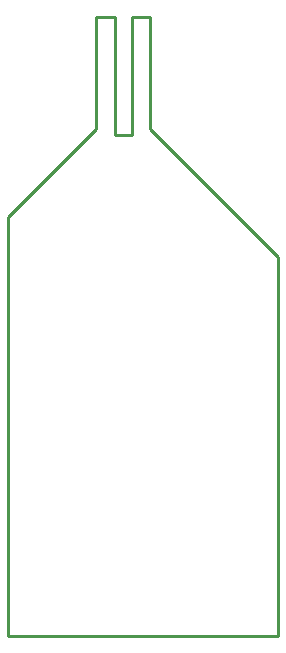
<source format=gko>
%FSTAX24Y24*%
%MOIN*%
G70*
G01*
G75*
G04 Layer_Color=16711935*
%ADD10R,0.0709X0.0709*%
%ADD11R,0.0512X0.0472*%
%ADD12R,0.0374X0.1004*%
%ADD13R,0.1299X0.1004*%
%ADD14R,0.0512X0.0394*%
%ADD15R,0.0394X0.0512*%
%ADD16R,0.0630X0.0630*%
%ADD17O,0.0906X0.0236*%
%ADD18C,0.0100*%
%ADD19R,0.0591X0.0591*%
%ADD20C,0.0591*%
%ADD21C,0.0320*%
%ADD22R,0.0630X0.0630*%
%ADD23R,0.0374X0.0315*%
%ADD24R,0.0984X0.0512*%
%ADD25C,0.0098*%
%ADD26C,0.0236*%
%ADD27C,0.0079*%
%ADD28C,0.0040*%
%ADD29C,0.0039*%
%ADD30R,0.0789X0.0789*%
%ADD31R,0.0592X0.0552*%
%ADD32R,0.0454X0.1084*%
%ADD33R,0.1379X0.1084*%
%ADD34R,0.0592X0.0474*%
%ADD35R,0.0474X0.0592*%
%ADD36R,0.0710X0.0710*%
%ADD37O,0.0986X0.0316*%
%ADD38R,0.0671X0.0671*%
%ADD39C,0.0671*%
%ADD40C,0.0400*%
%ADD41R,0.0710X0.0710*%
%ADD42R,0.0454X0.0395*%
%ADD43R,0.1064X0.0592*%
D18*
X243141Y180391D02*
Y193037D01*
X238291Y201037D02*
X238891D01*
Y197287D02*
Y201037D01*
Y197287D02*
X243141Y193037D01*
X237091Y201037D02*
X2377D01*
X237091Y197278D02*
Y201037D01*
X234157Y194344D02*
X237091Y197278D01*
X234157Y180391D02*
Y194344D01*
X2377Y1971D02*
Y201037D01*
Y1971D02*
X238291D01*
Y201037D01*
X234157Y180391D02*
X243141D01*
M02*

</source>
